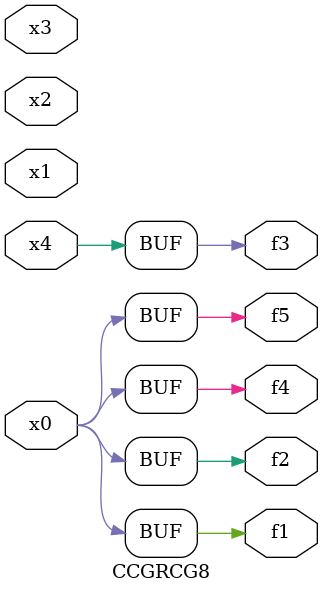
<source format=v>
module CCGRCG8(
	input x0, x1, x2, x3, x4,
	output f1, f2, f3, f4, f5
);
	assign f1 = x0;
	assign f2 = x0;
	assign f3 = x4;
	assign f4 = x0;
	assign f5 = x0;
endmodule

</source>
